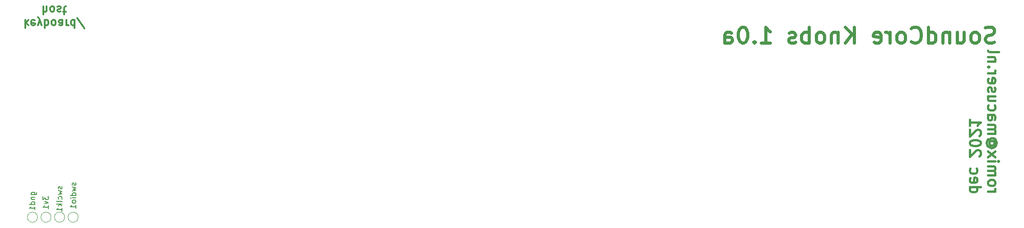
<source format=gbr>
%TF.GenerationSoftware,KiCad,Pcbnew,(5.1.9-0-10_14)*%
%TF.CreationDate,2021-11-27T16:04:38+01:00*%
%TF.ProjectId,SoundCore Knobs,536f756e-6443-46f7-9265-204b6e6f6273,rev?*%
%TF.SameCoordinates,Original*%
%TF.FileFunction,Legend,Bot*%
%TF.FilePolarity,Positive*%
%FSLAX46Y46*%
G04 Gerber Fmt 4.6, Leading zero omitted, Abs format (unit mm)*
G04 Created by KiCad (PCBNEW (5.1.9-0-10_14)) date 2021-11-27 16:04:38*
%MOMM*%
%LPD*%
G01*
G04 APERTURE LIST*
%ADD10C,0.400000*%
%ADD11C,0.300000*%
%ADD12C,0.600000*%
%ADD13C,0.120000*%
%ADD14C,0.150000*%
G04 APERTURE END LIST*
D10*
X269223238Y-91475809D02*
X270556571Y-91475809D01*
X270175619Y-91475809D02*
X270366095Y-91380571D01*
X270461333Y-91285333D01*
X270556571Y-91094857D01*
X270556571Y-90904380D01*
X269223238Y-89952000D02*
X269318476Y-90142476D01*
X269413714Y-90237714D01*
X269604190Y-90332952D01*
X270175619Y-90332952D01*
X270366095Y-90237714D01*
X270461333Y-90142476D01*
X270556571Y-89952000D01*
X270556571Y-89666285D01*
X270461333Y-89475809D01*
X270366095Y-89380571D01*
X270175619Y-89285333D01*
X269604190Y-89285333D01*
X269413714Y-89380571D01*
X269318476Y-89475809D01*
X269223238Y-89666285D01*
X269223238Y-89952000D01*
X269223238Y-88428190D02*
X270556571Y-88428190D01*
X270366095Y-88428190D02*
X270461333Y-88332952D01*
X270556571Y-88142476D01*
X270556571Y-87856761D01*
X270461333Y-87666285D01*
X270270857Y-87571047D01*
X269223238Y-87571047D01*
X270270857Y-87571047D02*
X270461333Y-87475809D01*
X270556571Y-87285333D01*
X270556571Y-86999619D01*
X270461333Y-86809142D01*
X270270857Y-86713904D01*
X269223238Y-86713904D01*
X269223238Y-85761523D02*
X270556571Y-85761523D01*
X271223238Y-85761523D02*
X271128000Y-85856761D01*
X271032761Y-85761523D01*
X271128000Y-85666285D01*
X271223238Y-85761523D01*
X271032761Y-85761523D01*
X269223238Y-84999619D02*
X270556571Y-83952000D01*
X270556571Y-84999619D02*
X269223238Y-83952000D01*
X270175619Y-81952000D02*
X270270857Y-82047238D01*
X270366095Y-82237714D01*
X270366095Y-82428190D01*
X270270857Y-82618666D01*
X270175619Y-82713904D01*
X269985142Y-82809142D01*
X269794666Y-82809142D01*
X269604190Y-82713904D01*
X269508952Y-82618666D01*
X269413714Y-82428190D01*
X269413714Y-82237714D01*
X269508952Y-82047238D01*
X269604190Y-81952000D01*
X270366095Y-81952000D02*
X269604190Y-81952000D01*
X269508952Y-81856761D01*
X269508952Y-81761523D01*
X269604190Y-81571047D01*
X269794666Y-81475809D01*
X270270857Y-81475809D01*
X270556571Y-81666285D01*
X270747047Y-81952000D01*
X270842285Y-82332952D01*
X270747047Y-82713904D01*
X270556571Y-82999619D01*
X270270857Y-83190095D01*
X269889904Y-83285333D01*
X269508952Y-83190095D01*
X269223238Y-82999619D01*
X269032761Y-82713904D01*
X268937523Y-82332952D01*
X269032761Y-81952000D01*
X269223238Y-81666285D01*
X269223238Y-80618666D02*
X270556571Y-80618666D01*
X270366095Y-80618666D02*
X270461333Y-80523428D01*
X270556571Y-80332952D01*
X270556571Y-80047238D01*
X270461333Y-79856761D01*
X270270857Y-79761523D01*
X269223238Y-79761523D01*
X270270857Y-79761523D02*
X270461333Y-79666285D01*
X270556571Y-79475809D01*
X270556571Y-79190095D01*
X270461333Y-78999619D01*
X270270857Y-78904380D01*
X269223238Y-78904380D01*
X269223238Y-77094857D02*
X270270857Y-77094857D01*
X270461333Y-77190095D01*
X270556571Y-77380571D01*
X270556571Y-77761523D01*
X270461333Y-77952000D01*
X269318476Y-77094857D02*
X269223238Y-77285333D01*
X269223238Y-77761523D01*
X269318476Y-77952000D01*
X269508952Y-78047238D01*
X269699428Y-78047238D01*
X269889904Y-77952000D01*
X269985142Y-77761523D01*
X269985142Y-77285333D01*
X270080380Y-77094857D01*
X269318476Y-75285333D02*
X269223238Y-75475809D01*
X269223238Y-75856761D01*
X269318476Y-76047238D01*
X269413714Y-76142476D01*
X269604190Y-76237714D01*
X270175619Y-76237714D01*
X270366095Y-76142476D01*
X270461333Y-76047238D01*
X270556571Y-75856761D01*
X270556571Y-75475809D01*
X270461333Y-75285333D01*
X270556571Y-73571047D02*
X269223238Y-73571047D01*
X270556571Y-74428190D02*
X269508952Y-74428190D01*
X269318476Y-74332952D01*
X269223238Y-74142476D01*
X269223238Y-73856761D01*
X269318476Y-73666285D01*
X269413714Y-73571047D01*
X269318476Y-72713904D02*
X269223238Y-72523428D01*
X269223238Y-72142476D01*
X269318476Y-71952000D01*
X269508952Y-71856761D01*
X269604190Y-71856761D01*
X269794666Y-71952000D01*
X269889904Y-72142476D01*
X269889904Y-72428190D01*
X269985142Y-72618666D01*
X270175619Y-72713904D01*
X270270857Y-72713904D01*
X270461333Y-72618666D01*
X270556571Y-72428190D01*
X270556571Y-72142476D01*
X270461333Y-71952000D01*
X269318476Y-70237714D02*
X269223238Y-70428190D01*
X269223238Y-70809142D01*
X269318476Y-70999619D01*
X269508952Y-71094857D01*
X270270857Y-71094857D01*
X270461333Y-70999619D01*
X270556571Y-70809142D01*
X270556571Y-70428190D01*
X270461333Y-70237714D01*
X270270857Y-70142476D01*
X270080380Y-70142476D01*
X269889904Y-71094857D01*
X269223238Y-69285333D02*
X270556571Y-69285333D01*
X270175619Y-69285333D02*
X270366095Y-69190095D01*
X270461333Y-69094857D01*
X270556571Y-68904380D01*
X270556571Y-68713904D01*
X269413714Y-68047238D02*
X269318476Y-67952000D01*
X269223238Y-68047238D01*
X269318476Y-68142476D01*
X269413714Y-68047238D01*
X269223238Y-68047238D01*
X270556571Y-67094857D02*
X269223238Y-67094857D01*
X270366095Y-67094857D02*
X270461333Y-66999619D01*
X270556571Y-66809142D01*
X270556571Y-66523428D01*
X270461333Y-66332952D01*
X270270857Y-66237714D01*
X269223238Y-66237714D01*
X269223238Y-64999619D02*
X269318476Y-65190095D01*
X269508952Y-65285333D01*
X271223238Y-65285333D01*
X265823238Y-90618666D02*
X267823238Y-90618666D01*
X265918476Y-90618666D02*
X265823238Y-90809142D01*
X265823238Y-91190095D01*
X265918476Y-91380571D01*
X266013714Y-91475809D01*
X266204190Y-91571047D01*
X266775619Y-91571047D01*
X266966095Y-91475809D01*
X267061333Y-91380571D01*
X267156571Y-91190095D01*
X267156571Y-90809142D01*
X267061333Y-90618666D01*
X265918476Y-88904380D02*
X265823238Y-89094857D01*
X265823238Y-89475809D01*
X265918476Y-89666285D01*
X266108952Y-89761523D01*
X266870857Y-89761523D01*
X267061333Y-89666285D01*
X267156571Y-89475809D01*
X267156571Y-89094857D01*
X267061333Y-88904380D01*
X266870857Y-88809142D01*
X266680380Y-88809142D01*
X266489904Y-89761523D01*
X265918476Y-87094857D02*
X265823238Y-87285333D01*
X265823238Y-87666285D01*
X265918476Y-87856761D01*
X266013714Y-87952000D01*
X266204190Y-88047238D01*
X266775619Y-88047238D01*
X266966095Y-87952000D01*
X267061333Y-87856761D01*
X267156571Y-87666285D01*
X267156571Y-87285333D01*
X267061333Y-87094857D01*
X267632761Y-84809142D02*
X267728000Y-84713904D01*
X267823238Y-84523428D01*
X267823238Y-84047238D01*
X267728000Y-83856761D01*
X267632761Y-83761523D01*
X267442285Y-83666285D01*
X267251809Y-83666285D01*
X266966095Y-83761523D01*
X265823238Y-84904380D01*
X265823238Y-83666285D01*
X267823238Y-82428190D02*
X267823238Y-82237714D01*
X267728000Y-82047238D01*
X267632761Y-81952000D01*
X267442285Y-81856761D01*
X267061333Y-81761523D01*
X266585142Y-81761523D01*
X266204190Y-81856761D01*
X266013714Y-81952000D01*
X265918476Y-82047238D01*
X265823238Y-82237714D01*
X265823238Y-82428190D01*
X265918476Y-82618666D01*
X266013714Y-82713904D01*
X266204190Y-82809142D01*
X266585142Y-82904380D01*
X267061333Y-82904380D01*
X267442285Y-82809142D01*
X267632761Y-82713904D01*
X267728000Y-82618666D01*
X267823238Y-82428190D01*
X267632761Y-80999619D02*
X267728000Y-80904380D01*
X267823238Y-80713904D01*
X267823238Y-80237714D01*
X267728000Y-80047238D01*
X267632761Y-79952000D01*
X267442285Y-79856761D01*
X267251809Y-79856761D01*
X266966095Y-79952000D01*
X265823238Y-81094857D01*
X265823238Y-79856761D01*
X265823238Y-77952000D02*
X265823238Y-79094857D01*
X265823238Y-78523428D02*
X267823238Y-78523428D01*
X267537523Y-78713904D01*
X267347047Y-78904380D01*
X267251809Y-79094857D01*
D11*
X88755428Y-59280428D02*
X88755428Y-60780428D01*
X88898285Y-59851857D02*
X89326857Y-59280428D01*
X89326857Y-60280428D02*
X88755428Y-59709000D01*
X90541142Y-59351857D02*
X90398285Y-59280428D01*
X90112571Y-59280428D01*
X89969714Y-59351857D01*
X89898285Y-59494714D01*
X89898285Y-60066142D01*
X89969714Y-60209000D01*
X90112571Y-60280428D01*
X90398285Y-60280428D01*
X90541142Y-60209000D01*
X90612571Y-60066142D01*
X90612571Y-59923285D01*
X89898285Y-59780428D01*
X91112571Y-60280428D02*
X91469714Y-59280428D01*
X91826857Y-60280428D02*
X91469714Y-59280428D01*
X91326857Y-58923285D01*
X91255428Y-58851857D01*
X91112571Y-58780428D01*
X92398285Y-59280428D02*
X92398285Y-60780428D01*
X92398285Y-60209000D02*
X92541142Y-60280428D01*
X92826857Y-60280428D01*
X92969714Y-60209000D01*
X93041142Y-60137571D01*
X93112571Y-59994714D01*
X93112571Y-59566142D01*
X93041142Y-59423285D01*
X92969714Y-59351857D01*
X92826857Y-59280428D01*
X92541142Y-59280428D01*
X92398285Y-59351857D01*
X93969714Y-59280428D02*
X93826857Y-59351857D01*
X93755428Y-59423285D01*
X93684000Y-59566142D01*
X93684000Y-59994714D01*
X93755428Y-60137571D01*
X93826857Y-60209000D01*
X93969714Y-60280428D01*
X94184000Y-60280428D01*
X94326857Y-60209000D01*
X94398285Y-60137571D01*
X94469714Y-59994714D01*
X94469714Y-59566142D01*
X94398285Y-59423285D01*
X94326857Y-59351857D01*
X94184000Y-59280428D01*
X93969714Y-59280428D01*
X95755428Y-59280428D02*
X95755428Y-60066142D01*
X95684000Y-60209000D01*
X95541142Y-60280428D01*
X95255428Y-60280428D01*
X95112571Y-60209000D01*
X95755428Y-59351857D02*
X95612571Y-59280428D01*
X95255428Y-59280428D01*
X95112571Y-59351857D01*
X95041142Y-59494714D01*
X95041142Y-59637571D01*
X95112571Y-59780428D01*
X95255428Y-59851857D01*
X95612571Y-59851857D01*
X95755428Y-59923285D01*
X96469714Y-59280428D02*
X96469714Y-60280428D01*
X96469714Y-59994714D02*
X96541142Y-60137571D01*
X96612571Y-60209000D01*
X96755428Y-60280428D01*
X96898285Y-60280428D01*
X98041142Y-59280428D02*
X98041142Y-60780428D01*
X98041142Y-59351857D02*
X97898285Y-59280428D01*
X97612571Y-59280428D01*
X97469714Y-59351857D01*
X97398285Y-59423285D01*
X97326857Y-59566142D01*
X97326857Y-59994714D01*
X97398285Y-60137571D01*
X97469714Y-60209000D01*
X97612571Y-60280428D01*
X97898285Y-60280428D01*
X98041142Y-60209000D01*
X99826857Y-60851857D02*
X98541142Y-58923285D01*
X92148285Y-56730428D02*
X92148285Y-58230428D01*
X92791142Y-56730428D02*
X92791142Y-57516142D01*
X92719714Y-57659000D01*
X92576857Y-57730428D01*
X92362571Y-57730428D01*
X92219714Y-57659000D01*
X92148285Y-57587571D01*
X93719714Y-56730428D02*
X93576857Y-56801857D01*
X93505428Y-56873285D01*
X93434000Y-57016142D01*
X93434000Y-57444714D01*
X93505428Y-57587571D01*
X93576857Y-57659000D01*
X93719714Y-57730428D01*
X93934000Y-57730428D01*
X94076857Y-57659000D01*
X94148285Y-57587571D01*
X94219714Y-57444714D01*
X94219714Y-57016142D01*
X94148285Y-56873285D01*
X94076857Y-56801857D01*
X93934000Y-56730428D01*
X93719714Y-56730428D01*
X94791142Y-56801857D02*
X94934000Y-56730428D01*
X95219714Y-56730428D01*
X95362571Y-56801857D01*
X95434000Y-56944714D01*
X95434000Y-57016142D01*
X95362571Y-57159000D01*
X95219714Y-57230428D01*
X95005428Y-57230428D01*
X94862571Y-57301857D01*
X94791142Y-57444714D01*
X94791142Y-57516142D01*
X94862571Y-57659000D01*
X95005428Y-57730428D01*
X95219714Y-57730428D01*
X95362571Y-57659000D01*
X95862571Y-57730428D02*
X96434000Y-57730428D01*
X96076857Y-58230428D02*
X96076857Y-56944714D01*
X96148285Y-56801857D01*
X96291142Y-56730428D01*
X96434000Y-56730428D01*
D12*
X270417142Y-63454285D02*
X269988571Y-63597142D01*
X269274285Y-63597142D01*
X268988571Y-63454285D01*
X268845714Y-63311428D01*
X268702857Y-63025714D01*
X268702857Y-62740000D01*
X268845714Y-62454285D01*
X268988571Y-62311428D01*
X269274285Y-62168571D01*
X269845714Y-62025714D01*
X270131428Y-61882857D01*
X270274285Y-61740000D01*
X270417142Y-61454285D01*
X270417142Y-61168571D01*
X270274285Y-60882857D01*
X270131428Y-60740000D01*
X269845714Y-60597142D01*
X269131428Y-60597142D01*
X268702857Y-60740000D01*
X266988571Y-63597142D02*
X267274285Y-63454285D01*
X267417142Y-63311428D01*
X267560000Y-63025714D01*
X267560000Y-62168571D01*
X267417142Y-61882857D01*
X267274285Y-61740000D01*
X266988571Y-61597142D01*
X266560000Y-61597142D01*
X266274285Y-61740000D01*
X266131428Y-61882857D01*
X265988571Y-62168571D01*
X265988571Y-63025714D01*
X266131428Y-63311428D01*
X266274285Y-63454285D01*
X266560000Y-63597142D01*
X266988571Y-63597142D01*
X263417142Y-61597142D02*
X263417142Y-63597142D01*
X264702857Y-61597142D02*
X264702857Y-63168571D01*
X264560000Y-63454285D01*
X264274285Y-63597142D01*
X263845714Y-63597142D01*
X263560000Y-63454285D01*
X263417142Y-63311428D01*
X261988571Y-61597142D02*
X261988571Y-63597142D01*
X261988571Y-61882857D02*
X261845714Y-61740000D01*
X261560000Y-61597142D01*
X261131428Y-61597142D01*
X260845714Y-61740000D01*
X260702857Y-62025714D01*
X260702857Y-63597142D01*
X257988571Y-63597142D02*
X257988571Y-60597142D01*
X257988571Y-63454285D02*
X258274285Y-63597142D01*
X258845714Y-63597142D01*
X259131428Y-63454285D01*
X259274285Y-63311428D01*
X259417142Y-63025714D01*
X259417142Y-62168571D01*
X259274285Y-61882857D01*
X259131428Y-61740000D01*
X258845714Y-61597142D01*
X258274285Y-61597142D01*
X257988571Y-61740000D01*
X254845714Y-63311428D02*
X254988571Y-63454285D01*
X255417142Y-63597142D01*
X255702857Y-63597142D01*
X256131428Y-63454285D01*
X256417142Y-63168571D01*
X256559999Y-62882857D01*
X256702857Y-62311428D01*
X256702857Y-61882857D01*
X256559999Y-61311428D01*
X256417142Y-61025714D01*
X256131428Y-60740000D01*
X255702857Y-60597142D01*
X255417142Y-60597142D01*
X254988571Y-60740000D01*
X254845714Y-60882857D01*
X253131428Y-63597142D02*
X253417142Y-63454285D01*
X253559999Y-63311428D01*
X253702857Y-63025714D01*
X253702857Y-62168571D01*
X253559999Y-61882857D01*
X253417142Y-61740000D01*
X253131428Y-61597142D01*
X252702857Y-61597142D01*
X252417142Y-61740000D01*
X252274285Y-61882857D01*
X252131428Y-62168571D01*
X252131428Y-63025714D01*
X252274285Y-63311428D01*
X252417142Y-63454285D01*
X252702857Y-63597142D01*
X253131428Y-63597142D01*
X250845714Y-63597142D02*
X250845714Y-61597142D01*
X250845714Y-62168571D02*
X250702857Y-61882857D01*
X250559999Y-61740000D01*
X250274285Y-61597142D01*
X249988571Y-61597142D01*
X247845714Y-63454285D02*
X248131428Y-63597142D01*
X248702857Y-63597142D01*
X248988571Y-63454285D01*
X249131428Y-63168571D01*
X249131428Y-62025714D01*
X248988571Y-61740000D01*
X248702857Y-61597142D01*
X248131428Y-61597142D01*
X247845714Y-61740000D01*
X247702857Y-62025714D01*
X247702857Y-62311428D01*
X249131428Y-62597142D01*
X244131428Y-63597142D02*
X244131428Y-60597142D01*
X242417142Y-63597142D02*
X243702857Y-61882857D01*
X242417142Y-60597142D02*
X244131428Y-62311428D01*
X241131428Y-61597142D02*
X241131428Y-63597142D01*
X241131428Y-61882857D02*
X240988571Y-61740000D01*
X240702857Y-61597142D01*
X240274285Y-61597142D01*
X239988571Y-61740000D01*
X239845714Y-62025714D01*
X239845714Y-63597142D01*
X237988571Y-63597142D02*
X238274285Y-63454285D01*
X238417142Y-63311428D01*
X238560000Y-63025714D01*
X238560000Y-62168571D01*
X238417142Y-61882857D01*
X238274285Y-61740000D01*
X237988571Y-61597142D01*
X237560000Y-61597142D01*
X237274285Y-61740000D01*
X237131428Y-61882857D01*
X236988571Y-62168571D01*
X236988571Y-63025714D01*
X237131428Y-63311428D01*
X237274285Y-63454285D01*
X237560000Y-63597142D01*
X237988571Y-63597142D01*
X235702857Y-63597142D02*
X235702857Y-60597142D01*
X235702857Y-61740000D02*
X235417142Y-61597142D01*
X234845714Y-61597142D01*
X234560000Y-61740000D01*
X234417142Y-61882857D01*
X234274285Y-62168571D01*
X234274285Y-63025714D01*
X234417142Y-63311428D01*
X234560000Y-63454285D01*
X234845714Y-63597142D01*
X235417142Y-63597142D01*
X235702857Y-63454285D01*
X233131428Y-63454285D02*
X232845714Y-63597142D01*
X232274285Y-63597142D01*
X231988571Y-63454285D01*
X231845714Y-63168571D01*
X231845714Y-63025714D01*
X231988571Y-62740000D01*
X232274285Y-62597142D01*
X232702857Y-62597142D01*
X232988571Y-62454285D01*
X233131428Y-62168571D01*
X233131428Y-62025714D01*
X232988571Y-61740000D01*
X232702857Y-61597142D01*
X232274285Y-61597142D01*
X231988571Y-61740000D01*
X226702857Y-63597142D02*
X228417142Y-63597142D01*
X227560000Y-63597142D02*
X227560000Y-60597142D01*
X227845714Y-61025714D01*
X228131428Y-61311428D01*
X228417142Y-61454285D01*
X225417142Y-63311428D02*
X225274285Y-63454285D01*
X225417142Y-63597142D01*
X225560000Y-63454285D01*
X225417142Y-63311428D01*
X225417142Y-63597142D01*
X223417142Y-60597142D02*
X223131428Y-60597142D01*
X222845714Y-60740000D01*
X222702857Y-60882857D01*
X222560000Y-61168571D01*
X222417142Y-61740000D01*
X222417142Y-62454285D01*
X222560000Y-63025714D01*
X222702857Y-63311428D01*
X222845714Y-63454285D01*
X223131428Y-63597142D01*
X223417142Y-63597142D01*
X223702857Y-63454285D01*
X223845714Y-63311428D01*
X223988571Y-63025714D01*
X224131428Y-62454285D01*
X224131428Y-61740000D01*
X223988571Y-61168571D01*
X223845714Y-60882857D01*
X223702857Y-60740000D01*
X223417142Y-60597142D01*
X219845714Y-63597142D02*
X219845714Y-62025714D01*
X219988571Y-61740000D01*
X220274285Y-61597142D01*
X220845714Y-61597142D01*
X221131428Y-61740000D01*
X219845714Y-63454285D02*
X220131428Y-63597142D01*
X220845714Y-63597142D01*
X221131428Y-63454285D01*
X221274285Y-63168571D01*
X221274285Y-62882857D01*
X221131428Y-62597142D01*
X220845714Y-62454285D01*
X220131428Y-62454285D01*
X219845714Y-62311428D01*
D13*
%TO.C,gnd1*%
X91070000Y-96276000D02*
G75*
G03*
X91070000Y-96276000I-950000J0D01*
G01*
%TO.C,3v1*%
X93610000Y-96276000D02*
G75*
G03*
X93610000Y-96276000I-950000J0D01*
G01*
%TO.C,swdio1*%
X98690000Y-96276000D02*
G75*
G03*
X98690000Y-96276000I-950000J0D01*
G01*
%TO.C,swclk1*%
X96150000Y-96276000D02*
G75*
G03*
X96150000Y-96276000I-950000J0D01*
G01*
%TO.C,gnd1*%
D14*
X89905714Y-92061333D02*
X90715238Y-92061333D01*
X90810476Y-92013714D01*
X90858095Y-91966095D01*
X90905714Y-91870857D01*
X90905714Y-91728000D01*
X90858095Y-91632761D01*
X90524761Y-92061333D02*
X90572380Y-91966095D01*
X90572380Y-91775619D01*
X90524761Y-91680380D01*
X90477142Y-91632761D01*
X90381904Y-91585142D01*
X90096190Y-91585142D01*
X90000952Y-91632761D01*
X89953333Y-91680380D01*
X89905714Y-91775619D01*
X89905714Y-91966095D01*
X89953333Y-92061333D01*
X89905714Y-92537523D02*
X90572380Y-92537523D01*
X90000952Y-92537523D02*
X89953333Y-92585142D01*
X89905714Y-92680380D01*
X89905714Y-92823238D01*
X89953333Y-92918476D01*
X90048571Y-92966095D01*
X90572380Y-92966095D01*
X90572380Y-93870857D02*
X89572380Y-93870857D01*
X90524761Y-93870857D02*
X90572380Y-93775619D01*
X90572380Y-93585142D01*
X90524761Y-93489904D01*
X90477142Y-93442285D01*
X90381904Y-93394666D01*
X90096190Y-93394666D01*
X90000952Y-93442285D01*
X89953333Y-93489904D01*
X89905714Y-93585142D01*
X89905714Y-93775619D01*
X89953333Y-93870857D01*
X90572380Y-94870857D02*
X90572380Y-94299428D01*
X90572380Y-94585142D02*
X89572380Y-94585142D01*
X89715238Y-94489904D01*
X89810476Y-94394666D01*
X89858095Y-94299428D01*
%TO.C,3v1*%
X92112380Y-92335523D02*
X92112380Y-92954571D01*
X92493333Y-92621238D01*
X92493333Y-92764095D01*
X92540952Y-92859333D01*
X92588571Y-92906952D01*
X92683809Y-92954571D01*
X92921904Y-92954571D01*
X93017142Y-92906952D01*
X93064761Y-92859333D01*
X93112380Y-92764095D01*
X93112380Y-92478380D01*
X93064761Y-92383142D01*
X93017142Y-92335523D01*
X92445714Y-93287904D02*
X93112380Y-93526000D01*
X92445714Y-93764095D01*
X93112380Y-94668857D02*
X93112380Y-94097428D01*
X93112380Y-94383142D02*
X92112380Y-94383142D01*
X92255238Y-94287904D01*
X92350476Y-94192666D01*
X92398095Y-94097428D01*
%TO.C,swdio1*%
X98194761Y-89854857D02*
X98242380Y-89950095D01*
X98242380Y-90140571D01*
X98194761Y-90235809D01*
X98099523Y-90283428D01*
X98051904Y-90283428D01*
X97956666Y-90235809D01*
X97909047Y-90140571D01*
X97909047Y-89997714D01*
X97861428Y-89902476D01*
X97766190Y-89854857D01*
X97718571Y-89854857D01*
X97623333Y-89902476D01*
X97575714Y-89997714D01*
X97575714Y-90140571D01*
X97623333Y-90235809D01*
X97575714Y-90616761D02*
X98242380Y-90807238D01*
X97766190Y-90997714D01*
X98242380Y-91188190D01*
X97575714Y-91378666D01*
X98242380Y-92188190D02*
X97242380Y-92188190D01*
X98194761Y-92188190D02*
X98242380Y-92092952D01*
X98242380Y-91902476D01*
X98194761Y-91807238D01*
X98147142Y-91759619D01*
X98051904Y-91712000D01*
X97766190Y-91712000D01*
X97670952Y-91759619D01*
X97623333Y-91807238D01*
X97575714Y-91902476D01*
X97575714Y-92092952D01*
X97623333Y-92188190D01*
X98242380Y-92664380D02*
X97575714Y-92664380D01*
X97242380Y-92664380D02*
X97290000Y-92616761D01*
X97337619Y-92664380D01*
X97290000Y-92712000D01*
X97242380Y-92664380D01*
X97337619Y-92664380D01*
X98242380Y-93283428D02*
X98194761Y-93188190D01*
X98147142Y-93140571D01*
X98051904Y-93092952D01*
X97766190Y-93092952D01*
X97670952Y-93140571D01*
X97623333Y-93188190D01*
X97575714Y-93283428D01*
X97575714Y-93426285D01*
X97623333Y-93521523D01*
X97670952Y-93569142D01*
X97766190Y-93616761D01*
X98051904Y-93616761D01*
X98147142Y-93569142D01*
X98194761Y-93521523D01*
X98242380Y-93426285D01*
X98242380Y-93283428D01*
X98242380Y-94569142D02*
X98242380Y-93997714D01*
X98242380Y-94283428D02*
X97242380Y-94283428D01*
X97385238Y-94188190D01*
X97480476Y-94092952D01*
X97528095Y-93997714D01*
%TO.C,swclk1*%
X95604761Y-90516476D02*
X95652380Y-90611714D01*
X95652380Y-90802190D01*
X95604761Y-90897428D01*
X95509523Y-90945047D01*
X95461904Y-90945047D01*
X95366666Y-90897428D01*
X95319047Y-90802190D01*
X95319047Y-90659333D01*
X95271428Y-90564095D01*
X95176190Y-90516476D01*
X95128571Y-90516476D01*
X95033333Y-90564095D01*
X94985714Y-90659333D01*
X94985714Y-90802190D01*
X95033333Y-90897428D01*
X94985714Y-91278380D02*
X95652380Y-91468857D01*
X95176190Y-91659333D01*
X95652380Y-91849809D01*
X94985714Y-92040285D01*
X95604761Y-92849809D02*
X95652380Y-92754571D01*
X95652380Y-92564095D01*
X95604761Y-92468857D01*
X95557142Y-92421238D01*
X95461904Y-92373619D01*
X95176190Y-92373619D01*
X95080952Y-92421238D01*
X95033333Y-92468857D01*
X94985714Y-92564095D01*
X94985714Y-92754571D01*
X95033333Y-92849809D01*
X95652380Y-93421238D02*
X95604761Y-93326000D01*
X95509523Y-93278380D01*
X94652380Y-93278380D01*
X95652380Y-93802190D02*
X94652380Y-93802190D01*
X95271428Y-93897428D02*
X95652380Y-94183142D01*
X94985714Y-94183142D02*
X95366666Y-93802190D01*
X95652380Y-95135523D02*
X95652380Y-94564095D01*
X95652380Y-94849809D02*
X94652380Y-94849809D01*
X94795238Y-94754571D01*
X94890476Y-94659333D01*
X94938095Y-94564095D01*
%TD*%
M02*

</source>
